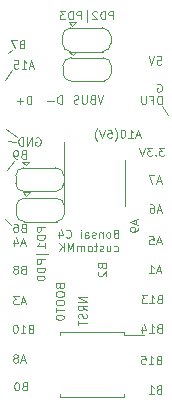
<source format=gbr>
%TF.GenerationSoftware,KiCad,Pcbnew,(5.1.6-0-10_14)*%
%TF.CreationDate,2022-02-28T20:49:00-06:00*%
%TF.ProjectId,Bonsai_C4,426f6e73-6169-45f4-9334-2e6b69636164,rev?*%
%TF.SameCoordinates,Original*%
%TF.FileFunction,Legend,Bot*%
%TF.FilePolarity,Positive*%
%FSLAX46Y46*%
G04 Gerber Fmt 4.6, Leading zero omitted, Abs format (unit mm)*
G04 Created by KiCad (PCBNEW (5.1.6-0-10_14)) date 2022-02-28 20:49:00*
%MOMM*%
%LPD*%
G01*
G04 APERTURE LIST*
%ADD10C,0.100000*%
%ADD11C,0.120000*%
G04 APERTURE END LIST*
D10*
X109990000Y-114745000D02*
X109890000Y-114778333D01*
X109856666Y-114811666D01*
X109823333Y-114878333D01*
X109823333Y-114978333D01*
X109856666Y-115045000D01*
X109890000Y-115078333D01*
X109956666Y-115111666D01*
X110223333Y-115111666D01*
X110223333Y-114411666D01*
X109990000Y-114411666D01*
X109923333Y-114445000D01*
X109890000Y-114478333D01*
X109856666Y-114545000D01*
X109856666Y-114611666D01*
X109890000Y-114678333D01*
X109923333Y-114711666D01*
X109990000Y-114745000D01*
X110223333Y-114745000D01*
X109423333Y-115111666D02*
X109490000Y-115078333D01*
X109523333Y-115045000D01*
X109556666Y-114978333D01*
X109556666Y-114778333D01*
X109523333Y-114711666D01*
X109490000Y-114678333D01*
X109423333Y-114645000D01*
X109323333Y-114645000D01*
X109256666Y-114678333D01*
X109223333Y-114711666D01*
X109190000Y-114778333D01*
X109190000Y-114978333D01*
X109223333Y-115045000D01*
X109256666Y-115078333D01*
X109323333Y-115111666D01*
X109423333Y-115111666D01*
X108890000Y-114645000D02*
X108890000Y-115111666D01*
X108890000Y-114711666D02*
X108856666Y-114678333D01*
X108790000Y-114645000D01*
X108690000Y-114645000D01*
X108623333Y-114678333D01*
X108590000Y-114745000D01*
X108590000Y-115111666D01*
X108290000Y-115078333D02*
X108223333Y-115111666D01*
X108090000Y-115111666D01*
X108023333Y-115078333D01*
X107990000Y-115011666D01*
X107990000Y-114978333D01*
X108023333Y-114911666D01*
X108090000Y-114878333D01*
X108190000Y-114878333D01*
X108256666Y-114845000D01*
X108290000Y-114778333D01*
X108290000Y-114745000D01*
X108256666Y-114678333D01*
X108190000Y-114645000D01*
X108090000Y-114645000D01*
X108023333Y-114678333D01*
X107390000Y-115111666D02*
X107390000Y-114745000D01*
X107423333Y-114678333D01*
X107490000Y-114645000D01*
X107623333Y-114645000D01*
X107690000Y-114678333D01*
X107390000Y-115078333D02*
X107456666Y-115111666D01*
X107623333Y-115111666D01*
X107690000Y-115078333D01*
X107723333Y-115011666D01*
X107723333Y-114945000D01*
X107690000Y-114878333D01*
X107623333Y-114845000D01*
X107456666Y-114845000D01*
X107390000Y-114811666D01*
X107056666Y-115111666D02*
X107056666Y-114645000D01*
X107056666Y-114411666D02*
X107090000Y-114445000D01*
X107056666Y-114478333D01*
X107023333Y-114445000D01*
X107056666Y-114411666D01*
X107056666Y-114478333D01*
X105790000Y-115045000D02*
X105823333Y-115078333D01*
X105923333Y-115111666D01*
X105990000Y-115111666D01*
X106090000Y-115078333D01*
X106156666Y-115011666D01*
X106190000Y-114945000D01*
X106223333Y-114811666D01*
X106223333Y-114711666D01*
X106190000Y-114578333D01*
X106156666Y-114511666D01*
X106090000Y-114445000D01*
X105990000Y-114411666D01*
X105923333Y-114411666D01*
X105823333Y-114445000D01*
X105790000Y-114478333D01*
X105190000Y-114645000D02*
X105190000Y-115111666D01*
X105356666Y-114378333D02*
X105523333Y-114878333D01*
X105090000Y-114878333D01*
X109856666Y-116228333D02*
X109923333Y-116261666D01*
X110056666Y-116261666D01*
X110123333Y-116228333D01*
X110156666Y-116195000D01*
X110190000Y-116128333D01*
X110190000Y-115928333D01*
X110156666Y-115861666D01*
X110123333Y-115828333D01*
X110056666Y-115795000D01*
X109923333Y-115795000D01*
X109856666Y-115828333D01*
X109256666Y-115795000D02*
X109256666Y-116261666D01*
X109556666Y-115795000D02*
X109556666Y-116161666D01*
X109523333Y-116228333D01*
X109456666Y-116261666D01*
X109356666Y-116261666D01*
X109290000Y-116228333D01*
X109256666Y-116195000D01*
X108956666Y-116228333D02*
X108890000Y-116261666D01*
X108756666Y-116261666D01*
X108690000Y-116228333D01*
X108656666Y-116161666D01*
X108656666Y-116128333D01*
X108690000Y-116061666D01*
X108756666Y-116028333D01*
X108856666Y-116028333D01*
X108923333Y-115995000D01*
X108956666Y-115928333D01*
X108956666Y-115895000D01*
X108923333Y-115828333D01*
X108856666Y-115795000D01*
X108756666Y-115795000D01*
X108690000Y-115828333D01*
X108456666Y-115795000D02*
X108190000Y-115795000D01*
X108356666Y-115561666D02*
X108356666Y-116161666D01*
X108323333Y-116228333D01*
X108256666Y-116261666D01*
X108190000Y-116261666D01*
X107856666Y-116261666D02*
X107923333Y-116228333D01*
X107956666Y-116195000D01*
X107990000Y-116128333D01*
X107990000Y-115928333D01*
X107956666Y-115861666D01*
X107923333Y-115828333D01*
X107856666Y-115795000D01*
X107756666Y-115795000D01*
X107690000Y-115828333D01*
X107656666Y-115861666D01*
X107623333Y-115928333D01*
X107623333Y-116128333D01*
X107656666Y-116195000D01*
X107690000Y-116228333D01*
X107756666Y-116261666D01*
X107856666Y-116261666D01*
X107323333Y-116261666D02*
X107323333Y-115795000D01*
X107323333Y-115861666D02*
X107290000Y-115828333D01*
X107223333Y-115795000D01*
X107123333Y-115795000D01*
X107056666Y-115828333D01*
X107023333Y-115895000D01*
X107023333Y-116261666D01*
X107023333Y-115895000D02*
X106990000Y-115828333D01*
X106923333Y-115795000D01*
X106823333Y-115795000D01*
X106756666Y-115828333D01*
X106723333Y-115895000D01*
X106723333Y-116261666D01*
X106390000Y-116261666D02*
X106390000Y-115561666D01*
X106156666Y-116061666D01*
X105923333Y-115561666D01*
X105923333Y-116261666D01*
X105590000Y-116261666D02*
X105590000Y-115561666D01*
X105190000Y-116261666D02*
X105490000Y-115861666D01*
X105190000Y-115561666D02*
X105590000Y-115961666D01*
X105250000Y-119196666D02*
X105283333Y-119296666D01*
X105316666Y-119330000D01*
X105383333Y-119363333D01*
X105483333Y-119363333D01*
X105550000Y-119330000D01*
X105583333Y-119296666D01*
X105616666Y-119230000D01*
X105616666Y-118963333D01*
X104916666Y-118963333D01*
X104916666Y-119196666D01*
X104950000Y-119263333D01*
X104983333Y-119296666D01*
X105050000Y-119330000D01*
X105116666Y-119330000D01*
X105183333Y-119296666D01*
X105216666Y-119263333D01*
X105250000Y-119196666D01*
X105250000Y-118963333D01*
X104916666Y-119796666D02*
X104916666Y-119930000D01*
X104950000Y-119996666D01*
X105016666Y-120063333D01*
X105150000Y-120096666D01*
X105383333Y-120096666D01*
X105516666Y-120063333D01*
X105583333Y-119996666D01*
X105616666Y-119930000D01*
X105616666Y-119796666D01*
X105583333Y-119730000D01*
X105516666Y-119663333D01*
X105383333Y-119630000D01*
X105150000Y-119630000D01*
X105016666Y-119663333D01*
X104950000Y-119730000D01*
X104916666Y-119796666D01*
X104916666Y-120530000D02*
X104916666Y-120663333D01*
X104950000Y-120730000D01*
X105016666Y-120796666D01*
X105150000Y-120830000D01*
X105383333Y-120830000D01*
X105516666Y-120796666D01*
X105583333Y-120730000D01*
X105616666Y-120663333D01*
X105616666Y-120530000D01*
X105583333Y-120463333D01*
X105516666Y-120396666D01*
X105383333Y-120363333D01*
X105150000Y-120363333D01*
X105016666Y-120396666D01*
X104950000Y-120463333D01*
X104916666Y-120530000D01*
X104916666Y-121030000D02*
X104916666Y-121430000D01*
X105616666Y-121230000D02*
X104916666Y-121230000D01*
X104916666Y-121796666D02*
X104916666Y-121863333D01*
X104950000Y-121930000D01*
X104983333Y-121963333D01*
X105050000Y-121996666D01*
X105183333Y-122030000D01*
X105350000Y-122030000D01*
X105483333Y-121996666D01*
X105550000Y-121963333D01*
X105583333Y-121930000D01*
X105616666Y-121863333D01*
X105616666Y-121796666D01*
X105583333Y-121730000D01*
X105550000Y-121696666D01*
X105483333Y-121663333D01*
X105350000Y-121630000D01*
X105183333Y-121630000D01*
X105050000Y-121663333D01*
X104983333Y-121696666D01*
X104950000Y-121730000D01*
X104916666Y-121796666D01*
D11*
X100910000Y-99480000D02*
X101210000Y-99250000D01*
X100610000Y-101710000D02*
X101180000Y-100940000D01*
D10*
X114400000Y-104700000D02*
X113880000Y-103940000D01*
X101140000Y-114000000D02*
X100660000Y-113490000D01*
X101410000Y-108640000D02*
X100760000Y-109370000D01*
X103996666Y-114206666D02*
X103296666Y-114206666D01*
X103296666Y-114473333D01*
X103330000Y-114540000D01*
X103363333Y-114573333D01*
X103430000Y-114606666D01*
X103530000Y-114606666D01*
X103596666Y-114573333D01*
X103630000Y-114540000D01*
X103663333Y-114473333D01*
X103663333Y-114206666D01*
X103996666Y-114906666D02*
X103296666Y-114906666D01*
X103296666Y-115073333D01*
X103330000Y-115173333D01*
X103396666Y-115240000D01*
X103463333Y-115273333D01*
X103596666Y-115306666D01*
X103696666Y-115306666D01*
X103830000Y-115273333D01*
X103896666Y-115240000D01*
X103963333Y-115173333D01*
X103996666Y-115073333D01*
X103996666Y-114906666D01*
X103996666Y-115973333D02*
X103996666Y-115573333D01*
X103996666Y-115773333D02*
X103296666Y-115773333D01*
X103396666Y-115706666D01*
X103463333Y-115640000D01*
X103496666Y-115573333D01*
X104230000Y-116440000D02*
X103230000Y-116440000D01*
X103996666Y-116940000D02*
X103296666Y-116940000D01*
X103296666Y-117206666D01*
X103330000Y-117273333D01*
X103363333Y-117306666D01*
X103430000Y-117340000D01*
X103530000Y-117340000D01*
X103596666Y-117306666D01*
X103630000Y-117273333D01*
X103663333Y-117206666D01*
X103663333Y-116940000D01*
X103996666Y-117640000D02*
X103296666Y-117640000D01*
X103296666Y-117806666D01*
X103330000Y-117906666D01*
X103396666Y-117973333D01*
X103463333Y-118006666D01*
X103596666Y-118040000D01*
X103696666Y-118040000D01*
X103830000Y-118006666D01*
X103896666Y-117973333D01*
X103963333Y-117906666D01*
X103996666Y-117806666D01*
X103996666Y-117640000D01*
X103296666Y-118473333D02*
X103296666Y-118540000D01*
X103330000Y-118606666D01*
X103363333Y-118640000D01*
X103430000Y-118673333D01*
X103563333Y-118706666D01*
X103730000Y-118706666D01*
X103863333Y-118673333D01*
X103930000Y-118640000D01*
X103963333Y-118606666D01*
X103996666Y-118540000D01*
X103996666Y-118473333D01*
X103963333Y-118406666D01*
X103930000Y-118373333D01*
X103863333Y-118340000D01*
X103730000Y-118306666D01*
X103563333Y-118306666D01*
X103430000Y-118340000D01*
X103363333Y-118373333D01*
X103330000Y-118406666D01*
X103296666Y-118473333D01*
X112073333Y-106446666D02*
X111740000Y-106446666D01*
X112140000Y-106646666D02*
X111906666Y-105946666D01*
X111673333Y-106646666D01*
X111073333Y-106646666D02*
X111473333Y-106646666D01*
X111273333Y-106646666D02*
X111273333Y-105946666D01*
X111340000Y-106046666D01*
X111406666Y-106113333D01*
X111473333Y-106146666D01*
X110640000Y-105946666D02*
X110573333Y-105946666D01*
X110506666Y-105980000D01*
X110473333Y-106013333D01*
X110440000Y-106080000D01*
X110406666Y-106213333D01*
X110406666Y-106380000D01*
X110440000Y-106513333D01*
X110473333Y-106580000D01*
X110506666Y-106613333D01*
X110573333Y-106646666D01*
X110640000Y-106646666D01*
X110706666Y-106613333D01*
X110740000Y-106580000D01*
X110773333Y-106513333D01*
X110806666Y-106380000D01*
X110806666Y-106213333D01*
X110773333Y-106080000D01*
X110740000Y-106013333D01*
X110706666Y-105980000D01*
X110640000Y-105946666D01*
X109906666Y-106913333D02*
X109940000Y-106880000D01*
X110006666Y-106780000D01*
X110040000Y-106713333D01*
X110073333Y-106613333D01*
X110106666Y-106446666D01*
X110106666Y-106313333D01*
X110073333Y-106146666D01*
X110040000Y-106046666D01*
X110006666Y-105980000D01*
X109940000Y-105880000D01*
X109906666Y-105846666D01*
X109306666Y-105946666D02*
X109640000Y-105946666D01*
X109673333Y-106280000D01*
X109640000Y-106246666D01*
X109573333Y-106213333D01*
X109406666Y-106213333D01*
X109340000Y-106246666D01*
X109306666Y-106280000D01*
X109273333Y-106346666D01*
X109273333Y-106513333D01*
X109306666Y-106580000D01*
X109340000Y-106613333D01*
X109406666Y-106646666D01*
X109573333Y-106646666D01*
X109640000Y-106613333D01*
X109673333Y-106580000D01*
X109073333Y-105946666D02*
X108840000Y-106646666D01*
X108606666Y-105946666D01*
X108440000Y-106913333D02*
X108406666Y-106880000D01*
X108340000Y-106780000D01*
X108306666Y-106713333D01*
X108273333Y-106613333D01*
X108240000Y-106446666D01*
X108240000Y-106313333D01*
X108273333Y-106146666D01*
X108306666Y-106046666D01*
X108340000Y-105980000D01*
X108406666Y-105880000D01*
X108440000Y-105846666D01*
X113820000Y-115466666D02*
X113486666Y-115466666D01*
X113886666Y-115666666D02*
X113653333Y-114966666D01*
X113420000Y-115666666D01*
X112853333Y-114966666D02*
X113186666Y-114966666D01*
X113220000Y-115300000D01*
X113186666Y-115266666D01*
X113120000Y-115233333D01*
X112953333Y-115233333D01*
X112886666Y-115266666D01*
X112853333Y-115300000D01*
X112820000Y-115366666D01*
X112820000Y-115533333D01*
X112853333Y-115600000D01*
X112886666Y-115633333D01*
X112953333Y-115666666D01*
X113120000Y-115666666D01*
X113186666Y-115633333D01*
X113220000Y-115600000D01*
X113800000Y-117926666D02*
X113466666Y-117926666D01*
X113866666Y-118126666D02*
X113633333Y-117426666D01*
X113400000Y-118126666D01*
X112800000Y-118126666D02*
X113200000Y-118126666D01*
X113000000Y-118126666D02*
X113000000Y-117426666D01*
X113066666Y-117526666D01*
X113133333Y-117593333D01*
X113200000Y-117626666D01*
X113686666Y-120300000D02*
X113586666Y-120333333D01*
X113553333Y-120366666D01*
X113520000Y-120433333D01*
X113520000Y-120533333D01*
X113553333Y-120600000D01*
X113586666Y-120633333D01*
X113653333Y-120666666D01*
X113920000Y-120666666D01*
X113920000Y-119966666D01*
X113686666Y-119966666D01*
X113620000Y-120000000D01*
X113586666Y-120033333D01*
X113553333Y-120100000D01*
X113553333Y-120166666D01*
X113586666Y-120233333D01*
X113620000Y-120266666D01*
X113686666Y-120300000D01*
X113920000Y-120300000D01*
X112853333Y-120666666D02*
X113253333Y-120666666D01*
X113053333Y-120666666D02*
X113053333Y-119966666D01*
X113120000Y-120066666D01*
X113186666Y-120133333D01*
X113253333Y-120166666D01*
X112620000Y-119966666D02*
X112186666Y-119966666D01*
X112420000Y-120233333D01*
X112320000Y-120233333D01*
X112253333Y-120266666D01*
X112220000Y-120300000D01*
X112186666Y-120366666D01*
X112186666Y-120533333D01*
X112220000Y-120600000D01*
X112253333Y-120633333D01*
X112320000Y-120666666D01*
X112520000Y-120666666D01*
X112586666Y-120633333D01*
X112620000Y-120600000D01*
X113666666Y-122770000D02*
X113566666Y-122803333D01*
X113533333Y-122836666D01*
X113500000Y-122903333D01*
X113500000Y-123003333D01*
X113533333Y-123070000D01*
X113566666Y-123103333D01*
X113633333Y-123136666D01*
X113900000Y-123136666D01*
X113900000Y-122436666D01*
X113666666Y-122436666D01*
X113600000Y-122470000D01*
X113566666Y-122503333D01*
X113533333Y-122570000D01*
X113533333Y-122636666D01*
X113566666Y-122703333D01*
X113600000Y-122736666D01*
X113666666Y-122770000D01*
X113900000Y-122770000D01*
X112833333Y-123136666D02*
X113233333Y-123136666D01*
X113033333Y-123136666D02*
X113033333Y-122436666D01*
X113100000Y-122536666D01*
X113166666Y-122603333D01*
X113233333Y-122636666D01*
X112233333Y-122670000D02*
X112233333Y-123136666D01*
X112400000Y-122403333D02*
X112566666Y-122903333D01*
X112133333Y-122903333D01*
X113626666Y-125430000D02*
X113526666Y-125463333D01*
X113493333Y-125496666D01*
X113460000Y-125563333D01*
X113460000Y-125663333D01*
X113493333Y-125730000D01*
X113526666Y-125763333D01*
X113593333Y-125796666D01*
X113860000Y-125796666D01*
X113860000Y-125096666D01*
X113626666Y-125096666D01*
X113560000Y-125130000D01*
X113526666Y-125163333D01*
X113493333Y-125230000D01*
X113493333Y-125296666D01*
X113526666Y-125363333D01*
X113560000Y-125396666D01*
X113626666Y-125430000D01*
X113860000Y-125430000D01*
X112793333Y-125796666D02*
X113193333Y-125796666D01*
X112993333Y-125796666D02*
X112993333Y-125096666D01*
X113060000Y-125196666D01*
X113126666Y-125263333D01*
X113193333Y-125296666D01*
X112160000Y-125096666D02*
X112493333Y-125096666D01*
X112526666Y-125430000D01*
X112493333Y-125396666D01*
X112426666Y-125363333D01*
X112260000Y-125363333D01*
X112193333Y-125396666D01*
X112160000Y-125430000D01*
X112126666Y-125496666D01*
X112126666Y-125663333D01*
X112160000Y-125730000D01*
X112193333Y-125763333D01*
X112260000Y-125796666D01*
X112426666Y-125796666D01*
X112493333Y-125763333D01*
X112526666Y-125730000D01*
X113633333Y-127930000D02*
X113533333Y-127963333D01*
X113500000Y-127996666D01*
X113466666Y-128063333D01*
X113466666Y-128163333D01*
X113500000Y-128230000D01*
X113533333Y-128263333D01*
X113600000Y-128296666D01*
X113866666Y-128296666D01*
X113866666Y-127596666D01*
X113633333Y-127596666D01*
X113566666Y-127630000D01*
X113533333Y-127663333D01*
X113500000Y-127730000D01*
X113500000Y-127796666D01*
X113533333Y-127863333D01*
X113566666Y-127896666D01*
X113633333Y-127930000D01*
X113866666Y-127930000D01*
X112800000Y-128296666D02*
X113200000Y-128296666D01*
X113000000Y-128296666D02*
X113000000Y-127596666D01*
X113066666Y-127696666D01*
X113133333Y-127763333D01*
X113200000Y-127796666D01*
X102253333Y-127670000D02*
X102153333Y-127703333D01*
X102120000Y-127736666D01*
X102086666Y-127803333D01*
X102086666Y-127903333D01*
X102120000Y-127970000D01*
X102153333Y-128003333D01*
X102220000Y-128036666D01*
X102486666Y-128036666D01*
X102486666Y-127336666D01*
X102253333Y-127336666D01*
X102186666Y-127370000D01*
X102153333Y-127403333D01*
X102120000Y-127470000D01*
X102120000Y-127536666D01*
X102153333Y-127603333D01*
X102186666Y-127636666D01*
X102253333Y-127670000D01*
X102486666Y-127670000D01*
X101653333Y-127336666D02*
X101586666Y-127336666D01*
X101520000Y-127370000D01*
X101486666Y-127403333D01*
X101453333Y-127470000D01*
X101420000Y-127603333D01*
X101420000Y-127770000D01*
X101453333Y-127903333D01*
X101486666Y-127970000D01*
X101520000Y-128003333D01*
X101586666Y-128036666D01*
X101653333Y-128036666D01*
X101720000Y-128003333D01*
X101753333Y-127970000D01*
X101786666Y-127903333D01*
X101820000Y-127770000D01*
X101820000Y-127603333D01*
X101786666Y-127470000D01*
X101753333Y-127403333D01*
X101720000Y-127370000D01*
X101653333Y-127336666D01*
X102330000Y-125476666D02*
X101996666Y-125476666D01*
X102396666Y-125676666D02*
X102163333Y-124976666D01*
X101930000Y-125676666D01*
X101596666Y-125276666D02*
X101663333Y-125243333D01*
X101696666Y-125210000D01*
X101730000Y-125143333D01*
X101730000Y-125110000D01*
X101696666Y-125043333D01*
X101663333Y-125010000D01*
X101596666Y-124976666D01*
X101463333Y-124976666D01*
X101396666Y-125010000D01*
X101363333Y-125043333D01*
X101330000Y-125110000D01*
X101330000Y-125143333D01*
X101363333Y-125210000D01*
X101396666Y-125243333D01*
X101463333Y-125276666D01*
X101596666Y-125276666D01*
X101663333Y-125310000D01*
X101696666Y-125343333D01*
X101730000Y-125410000D01*
X101730000Y-125543333D01*
X101696666Y-125610000D01*
X101663333Y-125643333D01*
X101596666Y-125676666D01*
X101463333Y-125676666D01*
X101396666Y-125643333D01*
X101363333Y-125610000D01*
X101330000Y-125543333D01*
X101330000Y-125410000D01*
X101363333Y-125343333D01*
X101396666Y-125310000D01*
X101463333Y-125276666D01*
X102786666Y-122800000D02*
X102686666Y-122833333D01*
X102653333Y-122866666D01*
X102620000Y-122933333D01*
X102620000Y-123033333D01*
X102653333Y-123100000D01*
X102686666Y-123133333D01*
X102753333Y-123166666D01*
X103020000Y-123166666D01*
X103020000Y-122466666D01*
X102786666Y-122466666D01*
X102720000Y-122500000D01*
X102686666Y-122533333D01*
X102653333Y-122600000D01*
X102653333Y-122666666D01*
X102686666Y-122733333D01*
X102720000Y-122766666D01*
X102786666Y-122800000D01*
X103020000Y-122800000D01*
X101953333Y-123166666D02*
X102353333Y-123166666D01*
X102153333Y-123166666D02*
X102153333Y-122466666D01*
X102220000Y-122566666D01*
X102286666Y-122633333D01*
X102353333Y-122666666D01*
X101520000Y-122466666D02*
X101453333Y-122466666D01*
X101386666Y-122500000D01*
X101353333Y-122533333D01*
X101320000Y-122600000D01*
X101286666Y-122733333D01*
X101286666Y-122900000D01*
X101320000Y-123033333D01*
X101353333Y-123100000D01*
X101386666Y-123133333D01*
X101453333Y-123166666D01*
X101520000Y-123166666D01*
X101586666Y-123133333D01*
X101620000Y-123100000D01*
X101653333Y-123033333D01*
X101686666Y-122900000D01*
X101686666Y-122733333D01*
X101653333Y-122600000D01*
X101620000Y-122533333D01*
X101586666Y-122500000D01*
X101520000Y-122466666D01*
X102340000Y-120546666D02*
X102006666Y-120546666D01*
X102406666Y-120746666D02*
X102173333Y-120046666D01*
X101940000Y-120746666D01*
X101773333Y-120046666D02*
X101340000Y-120046666D01*
X101573333Y-120313333D01*
X101473333Y-120313333D01*
X101406666Y-120346666D01*
X101373333Y-120380000D01*
X101340000Y-120446666D01*
X101340000Y-120613333D01*
X101373333Y-120680000D01*
X101406666Y-120713333D01*
X101473333Y-120746666D01*
X101673333Y-120746666D01*
X101740000Y-120713333D01*
X101773333Y-120680000D01*
X102153333Y-117790000D02*
X102053333Y-117823333D01*
X102020000Y-117856666D01*
X101986666Y-117923333D01*
X101986666Y-118023333D01*
X102020000Y-118090000D01*
X102053333Y-118123333D01*
X102120000Y-118156666D01*
X102386666Y-118156666D01*
X102386666Y-117456666D01*
X102153333Y-117456666D01*
X102086666Y-117490000D01*
X102053333Y-117523333D01*
X102020000Y-117590000D01*
X102020000Y-117656666D01*
X102053333Y-117723333D01*
X102086666Y-117756666D01*
X102153333Y-117790000D01*
X102386666Y-117790000D01*
X101586666Y-117756666D02*
X101653333Y-117723333D01*
X101686666Y-117690000D01*
X101720000Y-117623333D01*
X101720000Y-117590000D01*
X101686666Y-117523333D01*
X101653333Y-117490000D01*
X101586666Y-117456666D01*
X101453333Y-117456666D01*
X101386666Y-117490000D01*
X101353333Y-117523333D01*
X101320000Y-117590000D01*
X101320000Y-117623333D01*
X101353333Y-117690000D01*
X101386666Y-117723333D01*
X101453333Y-117756666D01*
X101586666Y-117756666D01*
X101653333Y-117790000D01*
X101686666Y-117823333D01*
X101720000Y-117890000D01*
X101720000Y-118023333D01*
X101686666Y-118090000D01*
X101653333Y-118123333D01*
X101586666Y-118156666D01*
X101453333Y-118156666D01*
X101386666Y-118123333D01*
X101353333Y-118090000D01*
X101320000Y-118023333D01*
X101320000Y-117890000D01*
X101353333Y-117823333D01*
X101386666Y-117790000D01*
X101453333Y-117756666D01*
X102300000Y-115586666D02*
X101966666Y-115586666D01*
X102366666Y-115786666D02*
X102133333Y-115086666D01*
X101900000Y-115786666D01*
X101366666Y-115320000D02*
X101366666Y-115786666D01*
X101533333Y-115053333D02*
X101700000Y-115553333D01*
X101266666Y-115553333D01*
X102163333Y-114250000D02*
X102063333Y-114283333D01*
X102030000Y-114316666D01*
X101996666Y-114383333D01*
X101996666Y-114483333D01*
X102030000Y-114550000D01*
X102063333Y-114583333D01*
X102130000Y-114616666D01*
X102396666Y-114616666D01*
X102396666Y-113916666D01*
X102163333Y-113916666D01*
X102096666Y-113950000D01*
X102063333Y-113983333D01*
X102030000Y-114050000D01*
X102030000Y-114116666D01*
X102063333Y-114183333D01*
X102096666Y-114216666D01*
X102163333Y-114250000D01*
X102396666Y-114250000D01*
X101396666Y-113916666D02*
X101530000Y-113916666D01*
X101596666Y-113950000D01*
X101630000Y-113983333D01*
X101696666Y-114083333D01*
X101730000Y-114216666D01*
X101730000Y-114483333D01*
X101696666Y-114550000D01*
X101663333Y-114583333D01*
X101596666Y-114616666D01*
X101463333Y-114616666D01*
X101396666Y-114583333D01*
X101363333Y-114550000D01*
X101330000Y-114483333D01*
X101330000Y-114316666D01*
X101363333Y-114250000D01*
X101396666Y-114216666D01*
X101463333Y-114183333D01*
X101596666Y-114183333D01*
X101663333Y-114216666D01*
X101696666Y-114250000D01*
X101730000Y-114316666D01*
X102173333Y-108050000D02*
X102073333Y-108083333D01*
X102040000Y-108116666D01*
X102006666Y-108183333D01*
X102006666Y-108283333D01*
X102040000Y-108350000D01*
X102073333Y-108383333D01*
X102140000Y-108416666D01*
X102406666Y-108416666D01*
X102406666Y-107716666D01*
X102173333Y-107716666D01*
X102106666Y-107750000D01*
X102073333Y-107783333D01*
X102040000Y-107850000D01*
X102040000Y-107916666D01*
X102073333Y-107983333D01*
X102106666Y-108016666D01*
X102173333Y-108050000D01*
X102406666Y-108050000D01*
X101673333Y-108416666D02*
X101540000Y-108416666D01*
X101473333Y-108383333D01*
X101440000Y-108350000D01*
X101373333Y-108250000D01*
X101340000Y-108116666D01*
X101340000Y-107850000D01*
X101373333Y-107783333D01*
X101406666Y-107750000D01*
X101473333Y-107716666D01*
X101606666Y-107716666D01*
X101673333Y-107750000D01*
X101706666Y-107783333D01*
X101740000Y-107850000D01*
X101740000Y-108016666D01*
X101706666Y-108083333D01*
X101673333Y-108116666D01*
X101606666Y-108150000D01*
X101473333Y-108150000D01*
X101406666Y-108116666D01*
X101373333Y-108083333D01*
X101340000Y-108016666D01*
X113516666Y-102090000D02*
X113583333Y-102056666D01*
X113683333Y-102056666D01*
X113783333Y-102090000D01*
X113850000Y-102156666D01*
X113883333Y-102223333D01*
X113916666Y-102356666D01*
X113916666Y-102456666D01*
X113883333Y-102590000D01*
X113850000Y-102656666D01*
X113783333Y-102723333D01*
X113683333Y-102756666D01*
X113616666Y-102756666D01*
X113516666Y-102723333D01*
X113483333Y-102690000D01*
X113483333Y-102456666D01*
X113616666Y-102456666D01*
X113493333Y-99756666D02*
X113826666Y-99756666D01*
X113860000Y-100090000D01*
X113826666Y-100056666D01*
X113760000Y-100023333D01*
X113593333Y-100023333D01*
X113526666Y-100056666D01*
X113493333Y-100090000D01*
X113460000Y-100156666D01*
X113460000Y-100323333D01*
X113493333Y-100390000D01*
X113526666Y-100423333D01*
X113593333Y-100456666D01*
X113760000Y-100456666D01*
X113826666Y-100423333D01*
X113860000Y-100390000D01*
X113260000Y-99756666D02*
X113026666Y-100456666D01*
X112793333Y-99756666D01*
X102846666Y-103796666D02*
X102846666Y-103096666D01*
X102680000Y-103096666D01*
X102580000Y-103130000D01*
X102513333Y-103196666D01*
X102480000Y-103263333D01*
X102446666Y-103396666D01*
X102446666Y-103496666D01*
X102480000Y-103630000D01*
X102513333Y-103696666D01*
X102580000Y-103763333D01*
X102680000Y-103796666D01*
X102846666Y-103796666D01*
X102146666Y-103530000D02*
X101613333Y-103530000D01*
X101880000Y-103796666D02*
X101880000Y-103263333D01*
X102023333Y-98710000D02*
X101923333Y-98743333D01*
X101890000Y-98776666D01*
X101856666Y-98843333D01*
X101856666Y-98943333D01*
X101890000Y-99010000D01*
X101923333Y-99043333D01*
X101990000Y-99076666D01*
X102256666Y-99076666D01*
X102256666Y-98376666D01*
X102023333Y-98376666D01*
X101956666Y-98410000D01*
X101923333Y-98443333D01*
X101890000Y-98510000D01*
X101890000Y-98576666D01*
X101923333Y-98643333D01*
X101956666Y-98676666D01*
X102023333Y-98710000D01*
X102256666Y-98710000D01*
X101623333Y-98376666D02*
X101156666Y-98376666D01*
X101456666Y-99076666D01*
X103033333Y-100596666D02*
X102700000Y-100596666D01*
X103100000Y-100796666D02*
X102866666Y-100096666D01*
X102633333Y-100796666D01*
X102033333Y-100796666D02*
X102433333Y-100796666D01*
X102233333Y-100796666D02*
X102233333Y-100096666D01*
X102300000Y-100196666D01*
X102366666Y-100263333D01*
X102433333Y-100296666D01*
X101400000Y-100096666D02*
X101733333Y-100096666D01*
X101766666Y-100430000D01*
X101733333Y-100396666D01*
X101666666Y-100363333D01*
X101500000Y-100363333D01*
X101433333Y-100396666D01*
X101400000Y-100430000D01*
X101366666Y-100496666D01*
X101366666Y-100663333D01*
X101400000Y-100730000D01*
X101433333Y-100763333D01*
X101500000Y-100796666D01*
X101666666Y-100796666D01*
X101733333Y-100763333D01*
X101766666Y-100730000D01*
X101550000Y-106960000D02*
X100876000Y-106955000D01*
X101620000Y-106560000D02*
X100734000Y-105929000D01*
X103233333Y-106650000D02*
X103300000Y-106616666D01*
X103400000Y-106616666D01*
X103500000Y-106650000D01*
X103566666Y-106716666D01*
X103600000Y-106783333D01*
X103633333Y-106916666D01*
X103633333Y-107016666D01*
X103600000Y-107150000D01*
X103566666Y-107216666D01*
X103500000Y-107283333D01*
X103400000Y-107316666D01*
X103333333Y-107316666D01*
X103233333Y-107283333D01*
X103200000Y-107250000D01*
X103200000Y-107016666D01*
X103333333Y-107016666D01*
X102900000Y-107316666D02*
X102900000Y-106616666D01*
X102500000Y-107316666D01*
X102500000Y-106616666D01*
X102166666Y-107316666D02*
X102166666Y-106616666D01*
X102000000Y-106616666D01*
X101900000Y-106650000D01*
X101833333Y-106716666D01*
X101800000Y-106783333D01*
X101766666Y-106916666D01*
X101766666Y-107016666D01*
X101800000Y-107150000D01*
X101833333Y-107216666D01*
X101900000Y-107283333D01*
X102000000Y-107316666D01*
X102166666Y-107316666D01*
X105436666Y-103756666D02*
X105436666Y-103056666D01*
X105270000Y-103056666D01*
X105170000Y-103090000D01*
X105103333Y-103156666D01*
X105070000Y-103223333D01*
X105036666Y-103356666D01*
X105036666Y-103456666D01*
X105070000Y-103590000D01*
X105103333Y-103656666D01*
X105170000Y-103723333D01*
X105270000Y-103756666D01*
X105436666Y-103756666D01*
X104736666Y-103490000D02*
X104203333Y-103490000D01*
X108933333Y-103056666D02*
X108700000Y-103756666D01*
X108466666Y-103056666D01*
X108000000Y-103390000D02*
X107900000Y-103423333D01*
X107866666Y-103456666D01*
X107833333Y-103523333D01*
X107833333Y-103623333D01*
X107866666Y-103690000D01*
X107900000Y-103723333D01*
X107966666Y-103756666D01*
X108233333Y-103756666D01*
X108233333Y-103056666D01*
X108000000Y-103056666D01*
X107933333Y-103090000D01*
X107900000Y-103123333D01*
X107866666Y-103190000D01*
X107866666Y-103256666D01*
X107900000Y-103323333D01*
X107933333Y-103356666D01*
X108000000Y-103390000D01*
X108233333Y-103390000D01*
X107533333Y-103056666D02*
X107533333Y-103623333D01*
X107500000Y-103690000D01*
X107466666Y-103723333D01*
X107400000Y-103756666D01*
X107266666Y-103756666D01*
X107200000Y-103723333D01*
X107166666Y-103690000D01*
X107133333Y-103623333D01*
X107133333Y-103056666D01*
X106833333Y-103723333D02*
X106733333Y-103756666D01*
X106566666Y-103756666D01*
X106500000Y-103723333D01*
X106466666Y-103690000D01*
X106433333Y-103623333D01*
X106433333Y-103556666D01*
X106466666Y-103490000D01*
X106500000Y-103456666D01*
X106566666Y-103423333D01*
X106700000Y-103390000D01*
X106766666Y-103356666D01*
X106800000Y-103323333D01*
X106833333Y-103256666D01*
X106833333Y-103190000D01*
X106800000Y-103123333D01*
X106766666Y-103090000D01*
X106700000Y-103056666D01*
X106533333Y-103056666D01*
X106433333Y-103090000D01*
X113880000Y-103786666D02*
X113880000Y-103086666D01*
X113713333Y-103086666D01*
X113613333Y-103120000D01*
X113546666Y-103186666D01*
X113513333Y-103253333D01*
X113480000Y-103386666D01*
X113480000Y-103486666D01*
X113513333Y-103620000D01*
X113546666Y-103686666D01*
X113613333Y-103753333D01*
X113713333Y-103786666D01*
X113880000Y-103786666D01*
X112946666Y-103420000D02*
X113180000Y-103420000D01*
X113180000Y-103786666D02*
X113180000Y-103086666D01*
X112846666Y-103086666D01*
X112580000Y-103086666D02*
X112580000Y-103653333D01*
X112546666Y-103720000D01*
X112513333Y-103753333D01*
X112446666Y-103786666D01*
X112313333Y-103786666D01*
X112246666Y-103753333D01*
X112213333Y-103720000D01*
X112180000Y-103653333D01*
X112180000Y-103086666D01*
X114103333Y-107466666D02*
X113670000Y-107466666D01*
X113903333Y-107733333D01*
X113803333Y-107733333D01*
X113736666Y-107766666D01*
X113703333Y-107800000D01*
X113670000Y-107866666D01*
X113670000Y-108033333D01*
X113703333Y-108100000D01*
X113736666Y-108133333D01*
X113803333Y-108166666D01*
X114003333Y-108166666D01*
X114070000Y-108133333D01*
X114103333Y-108100000D01*
X113370000Y-108100000D02*
X113336666Y-108133333D01*
X113370000Y-108166666D01*
X113403333Y-108133333D01*
X113370000Y-108100000D01*
X113370000Y-108166666D01*
X113103333Y-107466666D02*
X112670000Y-107466666D01*
X112903333Y-107733333D01*
X112803333Y-107733333D01*
X112736666Y-107766666D01*
X112703333Y-107800000D01*
X112670000Y-107866666D01*
X112670000Y-108033333D01*
X112703333Y-108100000D01*
X112736666Y-108133333D01*
X112803333Y-108166666D01*
X113003333Y-108166666D01*
X113070000Y-108133333D01*
X113103333Y-108100000D01*
X112470000Y-107466666D02*
X112236666Y-108166666D01*
X112003333Y-107466666D01*
X113830000Y-110326666D02*
X113496666Y-110326666D01*
X113896666Y-110526666D02*
X113663333Y-109826666D01*
X113430000Y-110526666D01*
X113263333Y-109826666D02*
X112796666Y-109826666D01*
X113096666Y-110526666D01*
X113870000Y-112786666D02*
X113536666Y-112786666D01*
X113936666Y-112986666D02*
X113703333Y-112286666D01*
X113470000Y-112986666D01*
X112936666Y-112286666D02*
X113070000Y-112286666D01*
X113136666Y-112320000D01*
X113170000Y-112353333D01*
X113236666Y-112453333D01*
X113270000Y-112586666D01*
X113270000Y-112853333D01*
X113236666Y-112920000D01*
X113203333Y-112953333D01*
X113136666Y-112986666D01*
X113003333Y-112986666D01*
X112936666Y-112953333D01*
X112903333Y-112920000D01*
X112870000Y-112853333D01*
X112870000Y-112686666D01*
X112903333Y-112620000D01*
X112936666Y-112586666D01*
X113003333Y-112553333D01*
X113136666Y-112553333D01*
X113203333Y-112586666D01*
X113236666Y-112620000D01*
X113270000Y-112686666D01*
X111716666Y-113590000D02*
X111716666Y-113923333D01*
X111916666Y-113523333D02*
X111216666Y-113756666D01*
X111916666Y-113990000D01*
X111916666Y-114256666D02*
X111916666Y-114390000D01*
X111883333Y-114456666D01*
X111850000Y-114490000D01*
X111750000Y-114556666D01*
X111616666Y-114590000D01*
X111350000Y-114590000D01*
X111283333Y-114556666D01*
X111250000Y-114523333D01*
X111216666Y-114456666D01*
X111216666Y-114323333D01*
X111250000Y-114256666D01*
X111283333Y-114223333D01*
X111350000Y-114190000D01*
X111516666Y-114190000D01*
X111583333Y-114223333D01*
X111616666Y-114256666D01*
X111650000Y-114323333D01*
X111650000Y-114456666D01*
X111616666Y-114523333D01*
X111583333Y-114556666D01*
X111516666Y-114590000D01*
X109783333Y-96621666D02*
X109783333Y-95921666D01*
X109516666Y-95921666D01*
X109450000Y-95955000D01*
X109416666Y-95988333D01*
X109383333Y-96055000D01*
X109383333Y-96155000D01*
X109416666Y-96221666D01*
X109450000Y-96255000D01*
X109516666Y-96288333D01*
X109783333Y-96288333D01*
X109083333Y-96621666D02*
X109083333Y-95921666D01*
X108916666Y-95921666D01*
X108816666Y-95955000D01*
X108750000Y-96021666D01*
X108716666Y-96088333D01*
X108683333Y-96221666D01*
X108683333Y-96321666D01*
X108716666Y-96455000D01*
X108750000Y-96521666D01*
X108816666Y-96588333D01*
X108916666Y-96621666D01*
X109083333Y-96621666D01*
X108416666Y-95988333D02*
X108383333Y-95955000D01*
X108316666Y-95921666D01*
X108150000Y-95921666D01*
X108083333Y-95955000D01*
X108050000Y-95988333D01*
X108016666Y-96055000D01*
X108016666Y-96121666D01*
X108050000Y-96221666D01*
X108450000Y-96621666D01*
X108016666Y-96621666D01*
X107550000Y-96855000D02*
X107550000Y-95855000D01*
X107050000Y-96621666D02*
X107050000Y-95921666D01*
X106783333Y-95921666D01*
X106716666Y-95955000D01*
X106683333Y-95988333D01*
X106650000Y-96055000D01*
X106650000Y-96155000D01*
X106683333Y-96221666D01*
X106716666Y-96255000D01*
X106783333Y-96288333D01*
X107050000Y-96288333D01*
X106350000Y-96621666D02*
X106350000Y-95921666D01*
X106183333Y-95921666D01*
X106083333Y-95955000D01*
X106016666Y-96021666D01*
X105983333Y-96088333D01*
X105950000Y-96221666D01*
X105950000Y-96321666D01*
X105983333Y-96455000D01*
X106016666Y-96521666D01*
X106083333Y-96588333D01*
X106183333Y-96621666D01*
X106350000Y-96621666D01*
X105716666Y-95921666D02*
X105283333Y-95921666D01*
X105516666Y-96188333D01*
X105416666Y-96188333D01*
X105350000Y-96221666D01*
X105316666Y-96255000D01*
X105283333Y-96321666D01*
X105283333Y-96488333D01*
X105316666Y-96555000D01*
X105350000Y-96588333D01*
X105416666Y-96621666D01*
X105616666Y-96621666D01*
X105683333Y-96588333D01*
X105716666Y-96555000D01*
X108840000Y-117506666D02*
X108873333Y-117606666D01*
X108906666Y-117640000D01*
X108973333Y-117673333D01*
X109073333Y-117673333D01*
X109140000Y-117640000D01*
X109173333Y-117606666D01*
X109206666Y-117540000D01*
X109206666Y-117273333D01*
X108506666Y-117273333D01*
X108506666Y-117506666D01*
X108540000Y-117573333D01*
X108573333Y-117606666D01*
X108640000Y-117640000D01*
X108706666Y-117640000D01*
X108773333Y-117606666D01*
X108806666Y-117573333D01*
X108840000Y-117506666D01*
X108840000Y-117273333D01*
X108573333Y-117940000D02*
X108540000Y-117973333D01*
X108506666Y-118040000D01*
X108506666Y-118206666D01*
X108540000Y-118273333D01*
X108573333Y-118306666D01*
X108640000Y-118340000D01*
X108706666Y-118340000D01*
X108806666Y-118306666D01*
X109206666Y-117906666D01*
X109206666Y-118340000D01*
X107546666Y-120130000D02*
X106846666Y-120130000D01*
X107546666Y-120530000D01*
X106846666Y-120530000D01*
X107546666Y-121263333D02*
X107213333Y-121030000D01*
X107546666Y-120863333D02*
X106846666Y-120863333D01*
X106846666Y-121130000D01*
X106880000Y-121196666D01*
X106913333Y-121230000D01*
X106980000Y-121263333D01*
X107080000Y-121263333D01*
X107146666Y-121230000D01*
X107180000Y-121196666D01*
X107213333Y-121130000D01*
X107213333Y-120863333D01*
X107513333Y-121530000D02*
X107546666Y-121630000D01*
X107546666Y-121796666D01*
X107513333Y-121863333D01*
X107480000Y-121896666D01*
X107413333Y-121930000D01*
X107346666Y-121930000D01*
X107280000Y-121896666D01*
X107246666Y-121863333D01*
X107213333Y-121796666D01*
X107180000Y-121663333D01*
X107146666Y-121596666D01*
X107113333Y-121563333D01*
X107046666Y-121530000D01*
X106980000Y-121530000D01*
X106913333Y-121563333D01*
X106880000Y-121596666D01*
X106846666Y-121663333D01*
X106846666Y-121830000D01*
X106880000Y-121930000D01*
X106846666Y-122130000D02*
X106846666Y-122530000D01*
X107546666Y-122330000D02*
X106846666Y-122330000D01*
D11*
%TO.C,JP4*%
X102410000Y-111550000D02*
X102710000Y-111250000D01*
X102110000Y-111250000D02*
X102710000Y-111250000D01*
X102410000Y-111550000D02*
X102110000Y-111250000D01*
X101560000Y-112450000D02*
X101560000Y-113050000D01*
X105010000Y-111750000D02*
X102210000Y-111750000D01*
X105660000Y-113050000D02*
X105660000Y-112450000D01*
X102210000Y-113750000D02*
X105010000Y-113750000D01*
X101560000Y-113050000D02*
G75*
G03*
X102260000Y-113750000I700000J0D01*
G01*
X102260000Y-111750000D02*
G75*
G03*
X101560000Y-112450000I0J-700000D01*
G01*
X105660000Y-112450000D02*
G75*
G03*
X104960000Y-111750000I-700000J0D01*
G01*
X104960000Y-113750000D02*
G75*
G03*
X105660000Y-113050000I0J700000D01*
G01*
%TO.C,JP3*%
X102370000Y-108980000D02*
X102670000Y-108680000D01*
X102070000Y-108680000D02*
X102670000Y-108680000D01*
X102370000Y-108980000D02*
X102070000Y-108680000D01*
X101520000Y-109880000D02*
X101520000Y-110480000D01*
X104970000Y-109180000D02*
X102170000Y-109180000D01*
X105620000Y-110480000D02*
X105620000Y-109880000D01*
X102170000Y-111180000D02*
X104970000Y-111180000D01*
X101520000Y-110480000D02*
G75*
G03*
X102220000Y-111180000I700000J0D01*
G01*
X102220000Y-109180000D02*
G75*
G03*
X101520000Y-109880000I0J-700000D01*
G01*
X105620000Y-109880000D02*
G75*
G03*
X104920000Y-109180000I-700000J0D01*
G01*
X104920000Y-111180000D02*
G75*
G03*
X105620000Y-110480000I0J700000D01*
G01*
%TO.C,JP1*%
X106329000Y-97143000D02*
X106629000Y-96843000D01*
X106029000Y-96843000D02*
X106629000Y-96843000D01*
X106329000Y-97143000D02*
X106029000Y-96843000D01*
X105479000Y-98043000D02*
X105479000Y-98643000D01*
X108929000Y-97343000D02*
X106129000Y-97343000D01*
X109579000Y-98643000D02*
X109579000Y-98043000D01*
X106129000Y-99343000D02*
X108929000Y-99343000D01*
X105479000Y-98643000D02*
G75*
G03*
X106179000Y-99343000I700000J0D01*
G01*
X106179000Y-97343000D02*
G75*
G03*
X105479000Y-98043000I0J-700000D01*
G01*
X109579000Y-98043000D02*
G75*
G03*
X108879000Y-97343000I-700000J0D01*
G01*
X108879000Y-99343000D02*
G75*
G03*
X109579000Y-98643000I0J700000D01*
G01*
%TO.C,JP2*%
X106373000Y-99653000D02*
X106673000Y-99353000D01*
X106073000Y-99353000D02*
X106673000Y-99353000D01*
X106373000Y-99653000D02*
X106073000Y-99353000D01*
X105523000Y-100553000D02*
X105523000Y-101153000D01*
X108973000Y-99853000D02*
X106173000Y-99853000D01*
X109623000Y-101153000D02*
X109623000Y-100553000D01*
X106173000Y-101853000D02*
X108973000Y-101853000D01*
X105523000Y-101153000D02*
G75*
G03*
X106223000Y-101853000I700000J0D01*
G01*
X106223000Y-99853000D02*
G75*
G03*
X105523000Y-100553000I0J-700000D01*
G01*
X109623000Y-100553000D02*
G75*
G03*
X108923000Y-99853000I-700000J0D01*
G01*
X108923000Y-101853000D02*
G75*
G03*
X109623000Y-101153000I0J700000D01*
G01*
%TO.C,U7*%
X110755000Y-110465000D02*
X110755000Y-112415000D01*
X110755000Y-110465000D02*
X110755000Y-108515000D01*
X105635000Y-110465000D02*
X105635000Y-112415000D01*
X105635000Y-110465000D02*
X105635000Y-107015000D01*
%TO.C,U6*%
X108010000Y-128555000D02*
X105285000Y-128555000D01*
X105285000Y-128555000D02*
X105285000Y-128295000D01*
X108010000Y-128555000D02*
X110735000Y-128555000D01*
X110735000Y-128555000D02*
X110735000Y-128295000D01*
X108010000Y-123105000D02*
X105285000Y-123105000D01*
X105285000Y-123105000D02*
X105285000Y-123365000D01*
X108010000Y-123105000D02*
X110735000Y-123105000D01*
X110735000Y-123105000D02*
X110735000Y-123365000D01*
X110735000Y-123365000D02*
X112410000Y-123365000D01*
%TD*%
M02*

</source>
